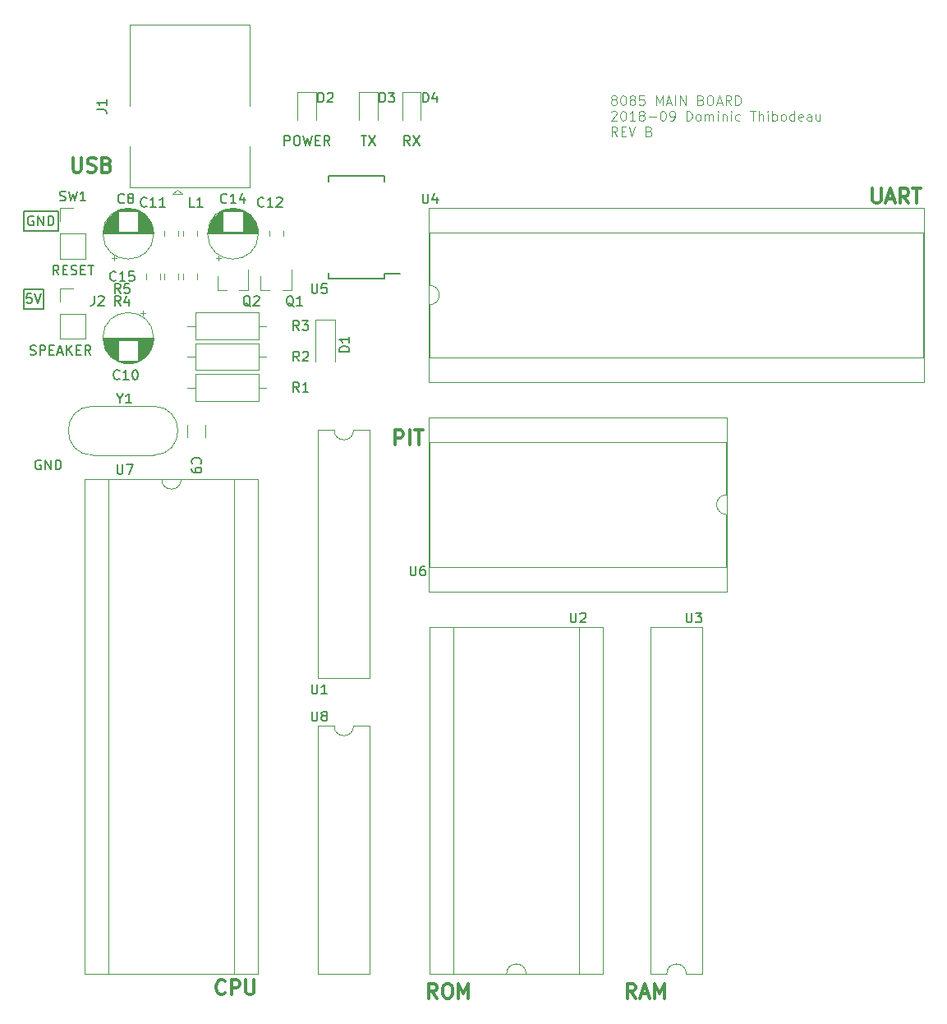
<source format=gbr>
G04 #@! TF.GenerationSoftware,KiCad,Pcbnew,(5.1.4)-1*
G04 #@! TF.CreationDate,2020-07-02T19:24:17-04:00*
G04 #@! TF.ProjectId,CPU8085,43505538-3038-4352-9e6b-696361645f70,A*
G04 #@! TF.SameCoordinates,Original*
G04 #@! TF.FileFunction,Legend,Top*
G04 #@! TF.FilePolarity,Positive*
%FSLAX46Y46*%
G04 Gerber Fmt 4.6, Leading zero omitted, Abs format (unit mm)*
G04 Created by KiCad (PCBNEW (5.1.4)-1) date 2020-07-02 19:24:17*
%MOMM*%
%LPD*%
G04 APERTURE LIST*
%ADD10C,0.200000*%
%ADD11C,0.300000*%
%ADD12C,0.100000*%
%ADD13C,0.120000*%
%ADD14C,0.150000*%
G04 APERTURE END LIST*
D10*
X63730476Y-42997380D02*
X63730476Y-41997380D01*
X64111428Y-41997380D01*
X64206666Y-42045000D01*
X64254285Y-42092619D01*
X64301904Y-42187857D01*
X64301904Y-42330714D01*
X64254285Y-42425952D01*
X64206666Y-42473571D01*
X64111428Y-42521190D01*
X63730476Y-42521190D01*
X64920952Y-41997380D02*
X65111428Y-41997380D01*
X65206666Y-42045000D01*
X65301904Y-42140238D01*
X65349523Y-42330714D01*
X65349523Y-42664047D01*
X65301904Y-42854523D01*
X65206666Y-42949761D01*
X65111428Y-42997380D01*
X64920952Y-42997380D01*
X64825714Y-42949761D01*
X64730476Y-42854523D01*
X64682857Y-42664047D01*
X64682857Y-42330714D01*
X64730476Y-42140238D01*
X64825714Y-42045000D01*
X64920952Y-41997380D01*
X65682857Y-41997380D02*
X65920952Y-42997380D01*
X66111428Y-42283095D01*
X66301904Y-42997380D01*
X66540000Y-41997380D01*
X66920952Y-42473571D02*
X67254285Y-42473571D01*
X67397142Y-42997380D02*
X66920952Y-42997380D01*
X66920952Y-41997380D01*
X67397142Y-41997380D01*
X68397142Y-42997380D02*
X68063809Y-42521190D01*
X67825714Y-42997380D02*
X67825714Y-41997380D01*
X68206666Y-41997380D01*
X68301904Y-42045000D01*
X68349523Y-42092619D01*
X68397142Y-42187857D01*
X68397142Y-42330714D01*
X68349523Y-42425952D01*
X68301904Y-42473571D01*
X68206666Y-42521190D01*
X67825714Y-42521190D01*
X76668333Y-42997380D02*
X76335000Y-42521190D01*
X76096904Y-42997380D02*
X76096904Y-41997380D01*
X76477857Y-41997380D01*
X76573095Y-42045000D01*
X76620714Y-42092619D01*
X76668333Y-42187857D01*
X76668333Y-42330714D01*
X76620714Y-42425952D01*
X76573095Y-42473571D01*
X76477857Y-42521190D01*
X76096904Y-42521190D01*
X77001666Y-41997380D02*
X77668333Y-42997380D01*
X77668333Y-41997380D02*
X77001666Y-42997380D01*
X71628095Y-41997380D02*
X72199523Y-41997380D01*
X71913809Y-42997380D02*
X71913809Y-41997380D01*
X72437619Y-41997380D02*
X73104285Y-42997380D01*
X73104285Y-41997380D02*
X72437619Y-42997380D01*
D11*
X41922142Y-44263571D02*
X41922142Y-45477857D01*
X41993571Y-45620714D01*
X42065000Y-45692142D01*
X42207857Y-45763571D01*
X42493571Y-45763571D01*
X42636428Y-45692142D01*
X42707857Y-45620714D01*
X42779285Y-45477857D01*
X42779285Y-44263571D01*
X43422142Y-45692142D02*
X43636428Y-45763571D01*
X43993571Y-45763571D01*
X44136428Y-45692142D01*
X44207857Y-45620714D01*
X44279285Y-45477857D01*
X44279285Y-45335000D01*
X44207857Y-45192142D01*
X44136428Y-45120714D01*
X43993571Y-45049285D01*
X43707857Y-44977857D01*
X43565000Y-44906428D01*
X43493571Y-44835000D01*
X43422142Y-44692142D01*
X43422142Y-44549285D01*
X43493571Y-44406428D01*
X43565000Y-44335000D01*
X43707857Y-44263571D01*
X44065000Y-44263571D01*
X44279285Y-44335000D01*
X45422142Y-44977857D02*
X45636428Y-45049285D01*
X45707857Y-45120714D01*
X45779285Y-45263571D01*
X45779285Y-45477857D01*
X45707857Y-45620714D01*
X45636428Y-45692142D01*
X45493571Y-45763571D01*
X44922142Y-45763571D01*
X44922142Y-44263571D01*
X45422142Y-44263571D01*
X45565000Y-44335000D01*
X45636428Y-44406428D01*
X45707857Y-44549285D01*
X45707857Y-44692142D01*
X45636428Y-44835000D01*
X45565000Y-44906428D01*
X45422142Y-44977857D01*
X44922142Y-44977857D01*
D10*
X37655523Y-58253380D02*
X37179333Y-58253380D01*
X37131714Y-58729571D01*
X37179333Y-58681952D01*
X37274571Y-58634333D01*
X37512666Y-58634333D01*
X37607904Y-58681952D01*
X37655523Y-58729571D01*
X37703142Y-58824809D01*
X37703142Y-59062904D01*
X37655523Y-59158142D01*
X37607904Y-59205761D01*
X37512666Y-59253380D01*
X37274571Y-59253380D01*
X37179333Y-59205761D01*
X37131714Y-59158142D01*
X37988857Y-58253380D02*
X38322190Y-59253380D01*
X38655523Y-58253380D01*
X36830000Y-57785000D02*
X36830000Y-59817000D01*
X36830000Y-59817000D02*
X38862000Y-59817000D01*
X38862000Y-57785000D02*
X36830000Y-57785000D01*
X38862000Y-57785000D02*
X38862000Y-59817000D01*
X37520952Y-64539761D02*
X37663809Y-64587380D01*
X37901904Y-64587380D01*
X37997142Y-64539761D01*
X38044761Y-64492142D01*
X38092380Y-64396904D01*
X38092380Y-64301666D01*
X38044761Y-64206428D01*
X37997142Y-64158809D01*
X37901904Y-64111190D01*
X37711428Y-64063571D01*
X37616190Y-64015952D01*
X37568571Y-63968333D01*
X37520952Y-63873095D01*
X37520952Y-63777857D01*
X37568571Y-63682619D01*
X37616190Y-63635000D01*
X37711428Y-63587380D01*
X37949523Y-63587380D01*
X38092380Y-63635000D01*
X38520952Y-64587380D02*
X38520952Y-63587380D01*
X38901904Y-63587380D01*
X38997142Y-63635000D01*
X39044761Y-63682619D01*
X39092380Y-63777857D01*
X39092380Y-63920714D01*
X39044761Y-64015952D01*
X38997142Y-64063571D01*
X38901904Y-64111190D01*
X38520952Y-64111190D01*
X39520952Y-64063571D02*
X39854285Y-64063571D01*
X39997142Y-64587380D02*
X39520952Y-64587380D01*
X39520952Y-63587380D01*
X39997142Y-63587380D01*
X40378095Y-64301666D02*
X40854285Y-64301666D01*
X40282857Y-64587380D02*
X40616190Y-63587380D01*
X40949523Y-64587380D01*
X41282857Y-64587380D02*
X41282857Y-63587380D01*
X41854285Y-64587380D02*
X41425714Y-64015952D01*
X41854285Y-63587380D02*
X41282857Y-64158809D01*
X42282857Y-64063571D02*
X42616190Y-64063571D01*
X42759047Y-64587380D02*
X42282857Y-64587380D01*
X42282857Y-63587380D01*
X42759047Y-63587380D01*
X43759047Y-64587380D02*
X43425714Y-64111190D01*
X43187619Y-64587380D02*
X43187619Y-63587380D01*
X43568571Y-63587380D01*
X43663809Y-63635000D01*
X43711428Y-63682619D01*
X43759047Y-63777857D01*
X43759047Y-63920714D01*
X43711428Y-64015952D01*
X43663809Y-64063571D01*
X43568571Y-64111190D01*
X43187619Y-64111190D01*
X36830000Y-51816000D02*
X40386000Y-51816000D01*
X40386000Y-51562000D02*
X40386000Y-51816000D01*
X40386000Y-49784000D02*
X36830000Y-49784000D01*
X37846095Y-50300000D02*
X37750857Y-50252380D01*
X37608000Y-50252380D01*
X37465142Y-50300000D01*
X37369904Y-50395238D01*
X37322285Y-50490476D01*
X37274666Y-50680952D01*
X37274666Y-50823809D01*
X37322285Y-51014285D01*
X37369904Y-51109523D01*
X37465142Y-51204761D01*
X37608000Y-51252380D01*
X37703238Y-51252380D01*
X37846095Y-51204761D01*
X37893714Y-51157142D01*
X37893714Y-50823809D01*
X37703238Y-50823809D01*
X38322285Y-51252380D02*
X38322285Y-50252380D01*
X38893714Y-51252380D01*
X38893714Y-50252380D01*
X39369904Y-51252380D02*
X39369904Y-50252380D01*
X39608000Y-50252380D01*
X39750857Y-50300000D01*
X39846095Y-50395238D01*
X39893714Y-50490476D01*
X39941333Y-50680952D01*
X39941333Y-50823809D01*
X39893714Y-51014285D01*
X39846095Y-51109523D01*
X39750857Y-51204761D01*
X39608000Y-51252380D01*
X39369904Y-51252380D01*
X36830000Y-49784000D02*
X36830000Y-51816000D01*
X40386000Y-49784000D02*
X40386000Y-51816000D01*
X38608095Y-75446000D02*
X38512857Y-75398380D01*
X38370000Y-75398380D01*
X38227142Y-75446000D01*
X38131904Y-75541238D01*
X38084285Y-75636476D01*
X38036666Y-75826952D01*
X38036666Y-75969809D01*
X38084285Y-76160285D01*
X38131904Y-76255523D01*
X38227142Y-76350761D01*
X38370000Y-76398380D01*
X38465238Y-76398380D01*
X38608095Y-76350761D01*
X38655714Y-76303142D01*
X38655714Y-75969809D01*
X38465238Y-75969809D01*
X39084285Y-76398380D02*
X39084285Y-75398380D01*
X39655714Y-76398380D01*
X39655714Y-75398380D01*
X40131904Y-76398380D02*
X40131904Y-75398380D01*
X40370000Y-75398380D01*
X40512857Y-75446000D01*
X40608095Y-75541238D01*
X40655714Y-75636476D01*
X40703333Y-75826952D01*
X40703333Y-75969809D01*
X40655714Y-76160285D01*
X40608095Y-76255523D01*
X40512857Y-76350761D01*
X40370000Y-76398380D01*
X40131904Y-76398380D01*
D11*
X124353142Y-47438571D02*
X124353142Y-48652857D01*
X124424571Y-48795714D01*
X124496000Y-48867142D01*
X124638857Y-48938571D01*
X124924571Y-48938571D01*
X125067428Y-48867142D01*
X125138857Y-48795714D01*
X125210285Y-48652857D01*
X125210285Y-47438571D01*
X125853142Y-48510000D02*
X126567428Y-48510000D01*
X125710285Y-48938571D02*
X126210285Y-47438571D01*
X126710285Y-48938571D01*
X128067428Y-48938571D02*
X127567428Y-48224285D01*
X127210285Y-48938571D02*
X127210285Y-47438571D01*
X127781714Y-47438571D01*
X127924571Y-47510000D01*
X127996000Y-47581428D01*
X128067428Y-47724285D01*
X128067428Y-47938571D01*
X127996000Y-48081428D01*
X127924571Y-48152857D01*
X127781714Y-48224285D01*
X127210285Y-48224285D01*
X128496000Y-47438571D02*
X129353142Y-47438571D01*
X128924571Y-48938571D02*
X128924571Y-47438571D01*
X75132571Y-73830571D02*
X75132571Y-72330571D01*
X75704000Y-72330571D01*
X75846857Y-72402000D01*
X75918285Y-72473428D01*
X75989714Y-72616285D01*
X75989714Y-72830571D01*
X75918285Y-72973428D01*
X75846857Y-73044857D01*
X75704000Y-73116285D01*
X75132571Y-73116285D01*
X76632571Y-73830571D02*
X76632571Y-72330571D01*
X77132571Y-72330571D02*
X77989714Y-72330571D01*
X77561142Y-73830571D02*
X77561142Y-72330571D01*
X99929285Y-130853571D02*
X99429285Y-130139285D01*
X99072142Y-130853571D02*
X99072142Y-129353571D01*
X99643571Y-129353571D01*
X99786428Y-129425000D01*
X99857857Y-129496428D01*
X99929285Y-129639285D01*
X99929285Y-129853571D01*
X99857857Y-129996428D01*
X99786428Y-130067857D01*
X99643571Y-130139285D01*
X99072142Y-130139285D01*
X100500714Y-130425000D02*
X101215000Y-130425000D01*
X100357857Y-130853571D02*
X100857857Y-129353571D01*
X101357857Y-130853571D01*
X101857857Y-130853571D02*
X101857857Y-129353571D01*
X102357857Y-130425000D01*
X102857857Y-129353571D01*
X102857857Y-130853571D01*
X79466428Y-130853571D02*
X78966428Y-130139285D01*
X78609285Y-130853571D02*
X78609285Y-129353571D01*
X79180714Y-129353571D01*
X79323571Y-129425000D01*
X79395000Y-129496428D01*
X79466428Y-129639285D01*
X79466428Y-129853571D01*
X79395000Y-129996428D01*
X79323571Y-130067857D01*
X79180714Y-130139285D01*
X78609285Y-130139285D01*
X80395000Y-129353571D02*
X80680714Y-129353571D01*
X80823571Y-129425000D01*
X80966428Y-129567857D01*
X81037857Y-129853571D01*
X81037857Y-130353571D01*
X80966428Y-130639285D01*
X80823571Y-130782142D01*
X80680714Y-130853571D01*
X80395000Y-130853571D01*
X80252142Y-130782142D01*
X80109285Y-130639285D01*
X80037857Y-130353571D01*
X80037857Y-129853571D01*
X80109285Y-129567857D01*
X80252142Y-129425000D01*
X80395000Y-129353571D01*
X81680714Y-130853571D02*
X81680714Y-129353571D01*
X82180714Y-130425000D01*
X82680714Y-129353571D01*
X82680714Y-130853571D01*
X57602571Y-130329714D02*
X57531142Y-130401142D01*
X57316857Y-130472571D01*
X57174000Y-130472571D01*
X56959714Y-130401142D01*
X56816857Y-130258285D01*
X56745428Y-130115428D01*
X56674000Y-129829714D01*
X56674000Y-129615428D01*
X56745428Y-129329714D01*
X56816857Y-129186857D01*
X56959714Y-129044000D01*
X57174000Y-128972571D01*
X57316857Y-128972571D01*
X57531142Y-129044000D01*
X57602571Y-129115428D01*
X58245428Y-130472571D02*
X58245428Y-128972571D01*
X58816857Y-128972571D01*
X58959714Y-129044000D01*
X59031142Y-129115428D01*
X59102571Y-129258285D01*
X59102571Y-129472571D01*
X59031142Y-129615428D01*
X58959714Y-129686857D01*
X58816857Y-129758285D01*
X58245428Y-129758285D01*
X59745428Y-128972571D02*
X59745428Y-130186857D01*
X59816857Y-130329714D01*
X59888285Y-130401142D01*
X60031142Y-130472571D01*
X60316857Y-130472571D01*
X60459714Y-130401142D01*
X60531142Y-130329714D01*
X60602571Y-130186857D01*
X60602571Y-128972571D01*
D10*
X40457619Y-56332380D02*
X40124285Y-55856190D01*
X39886190Y-56332380D02*
X39886190Y-55332380D01*
X40267142Y-55332380D01*
X40362380Y-55380000D01*
X40410000Y-55427619D01*
X40457619Y-55522857D01*
X40457619Y-55665714D01*
X40410000Y-55760952D01*
X40362380Y-55808571D01*
X40267142Y-55856190D01*
X39886190Y-55856190D01*
X40886190Y-55808571D02*
X41219523Y-55808571D01*
X41362380Y-56332380D02*
X40886190Y-56332380D01*
X40886190Y-55332380D01*
X41362380Y-55332380D01*
X41743333Y-56284761D02*
X41886190Y-56332380D01*
X42124285Y-56332380D01*
X42219523Y-56284761D01*
X42267142Y-56237142D01*
X42314761Y-56141904D01*
X42314761Y-56046666D01*
X42267142Y-55951428D01*
X42219523Y-55903809D01*
X42124285Y-55856190D01*
X41933809Y-55808571D01*
X41838571Y-55760952D01*
X41790952Y-55713333D01*
X41743333Y-55618095D01*
X41743333Y-55522857D01*
X41790952Y-55427619D01*
X41838571Y-55380000D01*
X41933809Y-55332380D01*
X42171904Y-55332380D01*
X42314761Y-55380000D01*
X42743333Y-55808571D02*
X43076666Y-55808571D01*
X43219523Y-56332380D02*
X42743333Y-56332380D01*
X42743333Y-55332380D01*
X43219523Y-55332380D01*
X43505238Y-55332380D02*
X44076666Y-55332380D01*
X43790952Y-56332380D02*
X43790952Y-55332380D01*
D12*
X97600952Y-38285952D02*
X97505714Y-38238333D01*
X97458095Y-38190714D01*
X97410476Y-38095476D01*
X97410476Y-38047857D01*
X97458095Y-37952619D01*
X97505714Y-37905000D01*
X97600952Y-37857380D01*
X97791428Y-37857380D01*
X97886666Y-37905000D01*
X97934285Y-37952619D01*
X97981904Y-38047857D01*
X97981904Y-38095476D01*
X97934285Y-38190714D01*
X97886666Y-38238333D01*
X97791428Y-38285952D01*
X97600952Y-38285952D01*
X97505714Y-38333571D01*
X97458095Y-38381190D01*
X97410476Y-38476428D01*
X97410476Y-38666904D01*
X97458095Y-38762142D01*
X97505714Y-38809761D01*
X97600952Y-38857380D01*
X97791428Y-38857380D01*
X97886666Y-38809761D01*
X97934285Y-38762142D01*
X97981904Y-38666904D01*
X97981904Y-38476428D01*
X97934285Y-38381190D01*
X97886666Y-38333571D01*
X97791428Y-38285952D01*
X98600952Y-37857380D02*
X98696190Y-37857380D01*
X98791428Y-37905000D01*
X98839047Y-37952619D01*
X98886666Y-38047857D01*
X98934285Y-38238333D01*
X98934285Y-38476428D01*
X98886666Y-38666904D01*
X98839047Y-38762142D01*
X98791428Y-38809761D01*
X98696190Y-38857380D01*
X98600952Y-38857380D01*
X98505714Y-38809761D01*
X98458095Y-38762142D01*
X98410476Y-38666904D01*
X98362857Y-38476428D01*
X98362857Y-38238333D01*
X98410476Y-38047857D01*
X98458095Y-37952619D01*
X98505714Y-37905000D01*
X98600952Y-37857380D01*
X99505714Y-38285952D02*
X99410476Y-38238333D01*
X99362857Y-38190714D01*
X99315238Y-38095476D01*
X99315238Y-38047857D01*
X99362857Y-37952619D01*
X99410476Y-37905000D01*
X99505714Y-37857380D01*
X99696190Y-37857380D01*
X99791428Y-37905000D01*
X99839047Y-37952619D01*
X99886666Y-38047857D01*
X99886666Y-38095476D01*
X99839047Y-38190714D01*
X99791428Y-38238333D01*
X99696190Y-38285952D01*
X99505714Y-38285952D01*
X99410476Y-38333571D01*
X99362857Y-38381190D01*
X99315238Y-38476428D01*
X99315238Y-38666904D01*
X99362857Y-38762142D01*
X99410476Y-38809761D01*
X99505714Y-38857380D01*
X99696190Y-38857380D01*
X99791428Y-38809761D01*
X99839047Y-38762142D01*
X99886666Y-38666904D01*
X99886666Y-38476428D01*
X99839047Y-38381190D01*
X99791428Y-38333571D01*
X99696190Y-38285952D01*
X100791428Y-37857380D02*
X100315238Y-37857380D01*
X100267619Y-38333571D01*
X100315238Y-38285952D01*
X100410476Y-38238333D01*
X100648571Y-38238333D01*
X100743809Y-38285952D01*
X100791428Y-38333571D01*
X100839047Y-38428809D01*
X100839047Y-38666904D01*
X100791428Y-38762142D01*
X100743809Y-38809761D01*
X100648571Y-38857380D01*
X100410476Y-38857380D01*
X100315238Y-38809761D01*
X100267619Y-38762142D01*
X102029523Y-38857380D02*
X102029523Y-37857380D01*
X102362857Y-38571666D01*
X102696190Y-37857380D01*
X102696190Y-38857380D01*
X103124761Y-38571666D02*
X103600952Y-38571666D01*
X103029523Y-38857380D02*
X103362857Y-37857380D01*
X103696190Y-38857380D01*
X104029523Y-38857380D02*
X104029523Y-37857380D01*
X104505714Y-38857380D02*
X104505714Y-37857380D01*
X105077142Y-38857380D01*
X105077142Y-37857380D01*
X106648571Y-38333571D02*
X106791428Y-38381190D01*
X106839047Y-38428809D01*
X106886666Y-38524047D01*
X106886666Y-38666904D01*
X106839047Y-38762142D01*
X106791428Y-38809761D01*
X106696190Y-38857380D01*
X106315238Y-38857380D01*
X106315238Y-37857380D01*
X106648571Y-37857380D01*
X106743809Y-37905000D01*
X106791428Y-37952619D01*
X106839047Y-38047857D01*
X106839047Y-38143095D01*
X106791428Y-38238333D01*
X106743809Y-38285952D01*
X106648571Y-38333571D01*
X106315238Y-38333571D01*
X107505714Y-37857380D02*
X107696190Y-37857380D01*
X107791428Y-37905000D01*
X107886666Y-38000238D01*
X107934285Y-38190714D01*
X107934285Y-38524047D01*
X107886666Y-38714523D01*
X107791428Y-38809761D01*
X107696190Y-38857380D01*
X107505714Y-38857380D01*
X107410476Y-38809761D01*
X107315238Y-38714523D01*
X107267619Y-38524047D01*
X107267619Y-38190714D01*
X107315238Y-38000238D01*
X107410476Y-37905000D01*
X107505714Y-37857380D01*
X108315238Y-38571666D02*
X108791428Y-38571666D01*
X108220000Y-38857380D02*
X108553333Y-37857380D01*
X108886666Y-38857380D01*
X109791428Y-38857380D02*
X109458095Y-38381190D01*
X109220000Y-38857380D02*
X109220000Y-37857380D01*
X109600952Y-37857380D01*
X109696190Y-37905000D01*
X109743809Y-37952619D01*
X109791428Y-38047857D01*
X109791428Y-38190714D01*
X109743809Y-38285952D01*
X109696190Y-38333571D01*
X109600952Y-38381190D01*
X109220000Y-38381190D01*
X110220000Y-38857380D02*
X110220000Y-37857380D01*
X110458095Y-37857380D01*
X110600952Y-37905000D01*
X110696190Y-38000238D01*
X110743809Y-38095476D01*
X110791428Y-38285952D01*
X110791428Y-38428809D01*
X110743809Y-38619285D01*
X110696190Y-38714523D01*
X110600952Y-38809761D01*
X110458095Y-38857380D01*
X110220000Y-38857380D01*
X97410476Y-39552619D02*
X97458095Y-39505000D01*
X97553333Y-39457380D01*
X97791428Y-39457380D01*
X97886666Y-39505000D01*
X97934285Y-39552619D01*
X97981904Y-39647857D01*
X97981904Y-39743095D01*
X97934285Y-39885952D01*
X97362857Y-40457380D01*
X97981904Y-40457380D01*
X98600952Y-39457380D02*
X98696190Y-39457380D01*
X98791428Y-39505000D01*
X98839047Y-39552619D01*
X98886666Y-39647857D01*
X98934285Y-39838333D01*
X98934285Y-40076428D01*
X98886666Y-40266904D01*
X98839047Y-40362142D01*
X98791428Y-40409761D01*
X98696190Y-40457380D01*
X98600952Y-40457380D01*
X98505714Y-40409761D01*
X98458095Y-40362142D01*
X98410476Y-40266904D01*
X98362857Y-40076428D01*
X98362857Y-39838333D01*
X98410476Y-39647857D01*
X98458095Y-39552619D01*
X98505714Y-39505000D01*
X98600952Y-39457380D01*
X99886666Y-40457380D02*
X99315238Y-40457380D01*
X99600952Y-40457380D02*
X99600952Y-39457380D01*
X99505714Y-39600238D01*
X99410476Y-39695476D01*
X99315238Y-39743095D01*
X100458095Y-39885952D02*
X100362857Y-39838333D01*
X100315238Y-39790714D01*
X100267619Y-39695476D01*
X100267619Y-39647857D01*
X100315238Y-39552619D01*
X100362857Y-39505000D01*
X100458095Y-39457380D01*
X100648571Y-39457380D01*
X100743809Y-39505000D01*
X100791428Y-39552619D01*
X100839047Y-39647857D01*
X100839047Y-39695476D01*
X100791428Y-39790714D01*
X100743809Y-39838333D01*
X100648571Y-39885952D01*
X100458095Y-39885952D01*
X100362857Y-39933571D01*
X100315238Y-39981190D01*
X100267619Y-40076428D01*
X100267619Y-40266904D01*
X100315238Y-40362142D01*
X100362857Y-40409761D01*
X100458095Y-40457380D01*
X100648571Y-40457380D01*
X100743809Y-40409761D01*
X100791428Y-40362142D01*
X100839047Y-40266904D01*
X100839047Y-40076428D01*
X100791428Y-39981190D01*
X100743809Y-39933571D01*
X100648571Y-39885952D01*
X101267619Y-40076428D02*
X102029523Y-40076428D01*
X102696190Y-39457380D02*
X102791428Y-39457380D01*
X102886666Y-39505000D01*
X102934285Y-39552619D01*
X102981904Y-39647857D01*
X103029523Y-39838333D01*
X103029523Y-40076428D01*
X102981904Y-40266904D01*
X102934285Y-40362142D01*
X102886666Y-40409761D01*
X102791428Y-40457380D01*
X102696190Y-40457380D01*
X102600952Y-40409761D01*
X102553333Y-40362142D01*
X102505714Y-40266904D01*
X102458095Y-40076428D01*
X102458095Y-39838333D01*
X102505714Y-39647857D01*
X102553333Y-39552619D01*
X102600952Y-39505000D01*
X102696190Y-39457380D01*
X103505714Y-40457380D02*
X103696190Y-40457380D01*
X103791428Y-40409761D01*
X103839047Y-40362142D01*
X103934285Y-40219285D01*
X103981904Y-40028809D01*
X103981904Y-39647857D01*
X103934285Y-39552619D01*
X103886666Y-39505000D01*
X103791428Y-39457380D01*
X103600952Y-39457380D01*
X103505714Y-39505000D01*
X103458095Y-39552619D01*
X103410476Y-39647857D01*
X103410476Y-39885952D01*
X103458095Y-39981190D01*
X103505714Y-40028809D01*
X103600952Y-40076428D01*
X103791428Y-40076428D01*
X103886666Y-40028809D01*
X103934285Y-39981190D01*
X103981904Y-39885952D01*
X105172380Y-40457380D02*
X105172380Y-39457380D01*
X105410476Y-39457380D01*
X105553333Y-39505000D01*
X105648571Y-39600238D01*
X105696190Y-39695476D01*
X105743809Y-39885952D01*
X105743809Y-40028809D01*
X105696190Y-40219285D01*
X105648571Y-40314523D01*
X105553333Y-40409761D01*
X105410476Y-40457380D01*
X105172380Y-40457380D01*
X106315238Y-40457380D02*
X106220000Y-40409761D01*
X106172380Y-40362142D01*
X106124761Y-40266904D01*
X106124761Y-39981190D01*
X106172380Y-39885952D01*
X106220000Y-39838333D01*
X106315238Y-39790714D01*
X106458095Y-39790714D01*
X106553333Y-39838333D01*
X106600952Y-39885952D01*
X106648571Y-39981190D01*
X106648571Y-40266904D01*
X106600952Y-40362142D01*
X106553333Y-40409761D01*
X106458095Y-40457380D01*
X106315238Y-40457380D01*
X107077142Y-40457380D02*
X107077142Y-39790714D01*
X107077142Y-39885952D02*
X107124761Y-39838333D01*
X107220000Y-39790714D01*
X107362857Y-39790714D01*
X107458095Y-39838333D01*
X107505714Y-39933571D01*
X107505714Y-40457380D01*
X107505714Y-39933571D02*
X107553333Y-39838333D01*
X107648571Y-39790714D01*
X107791428Y-39790714D01*
X107886666Y-39838333D01*
X107934285Y-39933571D01*
X107934285Y-40457380D01*
X108410476Y-40457380D02*
X108410476Y-39790714D01*
X108410476Y-39457380D02*
X108362857Y-39505000D01*
X108410476Y-39552619D01*
X108458095Y-39505000D01*
X108410476Y-39457380D01*
X108410476Y-39552619D01*
X108886666Y-39790714D02*
X108886666Y-40457380D01*
X108886666Y-39885952D02*
X108934285Y-39838333D01*
X109029523Y-39790714D01*
X109172380Y-39790714D01*
X109267619Y-39838333D01*
X109315238Y-39933571D01*
X109315238Y-40457380D01*
X109791428Y-40457380D02*
X109791428Y-39790714D01*
X109791428Y-39457380D02*
X109743809Y-39505000D01*
X109791428Y-39552619D01*
X109839047Y-39505000D01*
X109791428Y-39457380D01*
X109791428Y-39552619D01*
X110696190Y-40409761D02*
X110600952Y-40457380D01*
X110410476Y-40457380D01*
X110315238Y-40409761D01*
X110267619Y-40362142D01*
X110220000Y-40266904D01*
X110220000Y-39981190D01*
X110267619Y-39885952D01*
X110315238Y-39838333D01*
X110410476Y-39790714D01*
X110600952Y-39790714D01*
X110696190Y-39838333D01*
X111743809Y-39457380D02*
X112315238Y-39457380D01*
X112029523Y-40457380D02*
X112029523Y-39457380D01*
X112648571Y-40457380D02*
X112648571Y-39457380D01*
X113077142Y-40457380D02*
X113077142Y-39933571D01*
X113029523Y-39838333D01*
X112934285Y-39790714D01*
X112791428Y-39790714D01*
X112696190Y-39838333D01*
X112648571Y-39885952D01*
X113553333Y-40457380D02*
X113553333Y-39790714D01*
X113553333Y-39457380D02*
X113505714Y-39505000D01*
X113553333Y-39552619D01*
X113600952Y-39505000D01*
X113553333Y-39457380D01*
X113553333Y-39552619D01*
X114029523Y-40457380D02*
X114029523Y-39457380D01*
X114029523Y-39838333D02*
X114124761Y-39790714D01*
X114315238Y-39790714D01*
X114410476Y-39838333D01*
X114458095Y-39885952D01*
X114505714Y-39981190D01*
X114505714Y-40266904D01*
X114458095Y-40362142D01*
X114410476Y-40409761D01*
X114315238Y-40457380D01*
X114124761Y-40457380D01*
X114029523Y-40409761D01*
X115077142Y-40457380D02*
X114981904Y-40409761D01*
X114934285Y-40362142D01*
X114886666Y-40266904D01*
X114886666Y-39981190D01*
X114934285Y-39885952D01*
X114981904Y-39838333D01*
X115077142Y-39790714D01*
X115220000Y-39790714D01*
X115315238Y-39838333D01*
X115362857Y-39885952D01*
X115410476Y-39981190D01*
X115410476Y-40266904D01*
X115362857Y-40362142D01*
X115315238Y-40409761D01*
X115220000Y-40457380D01*
X115077142Y-40457380D01*
X116267619Y-40457380D02*
X116267619Y-39457380D01*
X116267619Y-40409761D02*
X116172380Y-40457380D01*
X115981904Y-40457380D01*
X115886666Y-40409761D01*
X115839047Y-40362142D01*
X115791428Y-40266904D01*
X115791428Y-39981190D01*
X115839047Y-39885952D01*
X115886666Y-39838333D01*
X115981904Y-39790714D01*
X116172380Y-39790714D01*
X116267619Y-39838333D01*
X117124761Y-40409761D02*
X117029523Y-40457380D01*
X116839047Y-40457380D01*
X116743809Y-40409761D01*
X116696190Y-40314523D01*
X116696190Y-39933571D01*
X116743809Y-39838333D01*
X116839047Y-39790714D01*
X117029523Y-39790714D01*
X117124761Y-39838333D01*
X117172380Y-39933571D01*
X117172380Y-40028809D01*
X116696190Y-40124047D01*
X118029523Y-40457380D02*
X118029523Y-39933571D01*
X117981904Y-39838333D01*
X117886666Y-39790714D01*
X117696190Y-39790714D01*
X117600952Y-39838333D01*
X118029523Y-40409761D02*
X117934285Y-40457380D01*
X117696190Y-40457380D01*
X117600952Y-40409761D01*
X117553333Y-40314523D01*
X117553333Y-40219285D01*
X117600952Y-40124047D01*
X117696190Y-40076428D01*
X117934285Y-40076428D01*
X118029523Y-40028809D01*
X118934285Y-39790714D02*
X118934285Y-40457380D01*
X118505714Y-39790714D02*
X118505714Y-40314523D01*
X118553333Y-40409761D01*
X118648571Y-40457380D01*
X118791428Y-40457380D01*
X118886666Y-40409761D01*
X118934285Y-40362142D01*
X98029523Y-42057380D02*
X97696190Y-41581190D01*
X97458095Y-42057380D02*
X97458095Y-41057380D01*
X97839047Y-41057380D01*
X97934285Y-41105000D01*
X97981904Y-41152619D01*
X98029523Y-41247857D01*
X98029523Y-41390714D01*
X97981904Y-41485952D01*
X97934285Y-41533571D01*
X97839047Y-41581190D01*
X97458095Y-41581190D01*
X98458095Y-41533571D02*
X98791428Y-41533571D01*
X98934285Y-42057380D02*
X98458095Y-42057380D01*
X98458095Y-41057380D01*
X98934285Y-41057380D01*
X99220000Y-41057380D02*
X99553333Y-42057380D01*
X99886666Y-41057380D01*
X101315238Y-41533571D02*
X101458095Y-41581190D01*
X101505714Y-41628809D01*
X101553333Y-41724047D01*
X101553333Y-41866904D01*
X101505714Y-41962142D01*
X101458095Y-42009761D01*
X101362857Y-42057380D01*
X100981904Y-42057380D01*
X100981904Y-41057380D01*
X101315238Y-41057380D01*
X101410476Y-41105000D01*
X101458095Y-41152619D01*
X101505714Y-41247857D01*
X101505714Y-41343095D01*
X101458095Y-41438333D01*
X101410476Y-41485952D01*
X101315238Y-41533571D01*
X100981904Y-41533571D01*
D13*
X53205000Y-48040000D02*
X52705000Y-47540000D01*
X52205000Y-48040000D02*
X53205000Y-48040000D01*
X52705000Y-47540000D02*
X52205000Y-48040000D01*
X60115000Y-30600000D02*
X60115000Y-38960000D01*
X47795000Y-30600000D02*
X60115000Y-30600000D01*
X47795000Y-38960000D02*
X47795000Y-30600000D01*
X60115000Y-47320000D02*
X60115000Y-43060000D01*
X47795000Y-47320000D02*
X60115000Y-47320000D01*
X47795000Y-43060000D02*
X47795000Y-47320000D01*
X68945000Y-65250000D02*
X68945000Y-60950000D01*
X68945000Y-60950000D02*
X66945000Y-60950000D01*
X66945000Y-60950000D02*
X66945000Y-65250000D01*
X77795000Y-40370000D02*
X77795000Y-37510000D01*
X77795000Y-37510000D02*
X75875000Y-37510000D01*
X75875000Y-37510000D02*
X75875000Y-40370000D01*
X65080000Y-37510000D02*
X65080000Y-40370000D01*
X67000000Y-37510000D02*
X65080000Y-37510000D01*
X67000000Y-40370000D02*
X67000000Y-37510000D01*
X73350000Y-40370000D02*
X73350000Y-37510000D01*
X73350000Y-37510000D02*
X71430000Y-37510000D01*
X71430000Y-37510000D02*
X71430000Y-40370000D01*
X54515000Y-66575000D02*
X54515000Y-69315000D01*
X54515000Y-69315000D02*
X61055000Y-69315000D01*
X61055000Y-69315000D02*
X61055000Y-66575000D01*
X61055000Y-66575000D02*
X54515000Y-66575000D01*
X53745000Y-67945000D02*
X54515000Y-67945000D01*
X61825000Y-67945000D02*
X61055000Y-67945000D01*
X61285000Y-57910000D02*
X61285000Y-56450000D01*
X64445000Y-57910000D02*
X64445000Y-55750000D01*
X64445000Y-57910000D02*
X63515000Y-57910000D01*
X61285000Y-57910000D02*
X62215000Y-57910000D01*
X54515000Y-63400000D02*
X54515000Y-66140000D01*
X54515000Y-66140000D02*
X61055000Y-66140000D01*
X61055000Y-66140000D02*
X61055000Y-63400000D01*
X61055000Y-63400000D02*
X54515000Y-63400000D01*
X53745000Y-64770000D02*
X54515000Y-64770000D01*
X61825000Y-64770000D02*
X61055000Y-64770000D01*
X61825000Y-61595000D02*
X61055000Y-61595000D01*
X53745000Y-61595000D02*
X54515000Y-61595000D01*
X61055000Y-60225000D02*
X54515000Y-60225000D01*
X61055000Y-62965000D02*
X61055000Y-60225000D01*
X54515000Y-62965000D02*
X61055000Y-62965000D01*
X54515000Y-60225000D02*
X54515000Y-62965000D01*
X72500000Y-102810000D02*
X70850000Y-102810000D01*
X72500000Y-128330000D02*
X72500000Y-102810000D01*
X67200000Y-128330000D02*
X72500000Y-128330000D01*
X67200000Y-102810000D02*
X67200000Y-128330000D01*
X68850000Y-102810000D02*
X67200000Y-102810000D01*
X70850000Y-102810000D02*
G75*
G02X68850000Y-102810000I-1000000J0D01*
G01*
X78680000Y-128390000D02*
X96580000Y-128390000D01*
X78680000Y-92590000D02*
X78680000Y-128390000D01*
X96580000Y-92590000D02*
X78680000Y-92590000D01*
X96580000Y-128390000D02*
X96580000Y-92590000D01*
X81170000Y-128330000D02*
X86630000Y-128330000D01*
X81170000Y-92650000D02*
X81170000Y-128330000D01*
X94090000Y-92650000D02*
X81170000Y-92650000D01*
X94090000Y-128330000D02*
X94090000Y-92650000D01*
X88630000Y-128330000D02*
X94090000Y-128330000D01*
X86630000Y-128330000D02*
G75*
G02X88630000Y-128330000I1000000J0D01*
G01*
X40580000Y-57725000D02*
X41910000Y-57725000D01*
X40580000Y-59055000D02*
X40580000Y-57725000D01*
X40580000Y-60325000D02*
X43240000Y-60325000D01*
X43240000Y-60325000D02*
X43240000Y-62925000D01*
X40580000Y-60325000D02*
X40580000Y-62925000D01*
X40580000Y-62925000D02*
X43240000Y-62925000D01*
X49350000Y-60290225D02*
X48850000Y-60290225D01*
X49100000Y-60040225D02*
X49100000Y-60540225D01*
X47909000Y-65446000D02*
X47341000Y-65446000D01*
X48143000Y-65406000D02*
X47107000Y-65406000D01*
X48302000Y-65366000D02*
X46948000Y-65366000D01*
X48430000Y-65326000D02*
X46820000Y-65326000D01*
X48540000Y-65286000D02*
X46710000Y-65286000D01*
X48636000Y-65246000D02*
X46614000Y-65246000D01*
X48723000Y-65206000D02*
X46527000Y-65206000D01*
X48803000Y-65166000D02*
X46447000Y-65166000D01*
X46585000Y-65126000D02*
X46374000Y-65126000D01*
X48876000Y-65126000D02*
X48665000Y-65126000D01*
X46585000Y-65086000D02*
X46306000Y-65086000D01*
X48944000Y-65086000D02*
X48665000Y-65086000D01*
X46585000Y-65046000D02*
X46242000Y-65046000D01*
X49008000Y-65046000D02*
X48665000Y-65046000D01*
X46585000Y-65006000D02*
X46182000Y-65006000D01*
X49068000Y-65006000D02*
X48665000Y-65006000D01*
X46585000Y-64966000D02*
X46125000Y-64966000D01*
X49125000Y-64966000D02*
X48665000Y-64966000D01*
X46585000Y-64926000D02*
X46071000Y-64926000D01*
X49179000Y-64926000D02*
X48665000Y-64926000D01*
X46585000Y-64886000D02*
X46020000Y-64886000D01*
X49230000Y-64886000D02*
X48665000Y-64886000D01*
X46585000Y-64846000D02*
X45972000Y-64846000D01*
X49278000Y-64846000D02*
X48665000Y-64846000D01*
X46585000Y-64806000D02*
X45926000Y-64806000D01*
X49324000Y-64806000D02*
X48665000Y-64806000D01*
X46585000Y-64766000D02*
X45882000Y-64766000D01*
X49368000Y-64766000D02*
X48665000Y-64766000D01*
X46585000Y-64726000D02*
X45840000Y-64726000D01*
X49410000Y-64726000D02*
X48665000Y-64726000D01*
X46585000Y-64686000D02*
X45799000Y-64686000D01*
X49451000Y-64686000D02*
X48665000Y-64686000D01*
X46585000Y-64646000D02*
X45761000Y-64646000D01*
X49489000Y-64646000D02*
X48665000Y-64646000D01*
X46585000Y-64606000D02*
X45724000Y-64606000D01*
X49526000Y-64606000D02*
X48665000Y-64606000D01*
X46585000Y-64566000D02*
X45688000Y-64566000D01*
X49562000Y-64566000D02*
X48665000Y-64566000D01*
X46585000Y-64526000D02*
X45654000Y-64526000D01*
X49596000Y-64526000D02*
X48665000Y-64526000D01*
X46585000Y-64486000D02*
X45621000Y-64486000D01*
X49629000Y-64486000D02*
X48665000Y-64486000D01*
X46585000Y-64446000D02*
X45590000Y-64446000D01*
X49660000Y-64446000D02*
X48665000Y-64446000D01*
X46585000Y-64406000D02*
X45560000Y-64406000D01*
X49690000Y-64406000D02*
X48665000Y-64406000D01*
X46585000Y-64366000D02*
X45530000Y-64366000D01*
X49720000Y-64366000D02*
X48665000Y-64366000D01*
X46585000Y-64326000D02*
X45503000Y-64326000D01*
X49747000Y-64326000D02*
X48665000Y-64326000D01*
X46585000Y-64286000D02*
X45476000Y-64286000D01*
X49774000Y-64286000D02*
X48665000Y-64286000D01*
X46585000Y-64246000D02*
X45450000Y-64246000D01*
X49800000Y-64246000D02*
X48665000Y-64246000D01*
X46585000Y-64206000D02*
X45425000Y-64206000D01*
X49825000Y-64206000D02*
X48665000Y-64206000D01*
X46585000Y-64166000D02*
X45401000Y-64166000D01*
X49849000Y-64166000D02*
X48665000Y-64166000D01*
X46585000Y-64126000D02*
X45378000Y-64126000D01*
X49872000Y-64126000D02*
X48665000Y-64126000D01*
X46585000Y-64086000D02*
X45357000Y-64086000D01*
X49893000Y-64086000D02*
X48665000Y-64086000D01*
X46585000Y-64046000D02*
X45335000Y-64046000D01*
X49915000Y-64046000D02*
X48665000Y-64046000D01*
X46585000Y-64006000D02*
X45315000Y-64006000D01*
X49935000Y-64006000D02*
X48665000Y-64006000D01*
X46585000Y-63966000D02*
X45296000Y-63966000D01*
X49954000Y-63966000D02*
X48665000Y-63966000D01*
X46585000Y-63926000D02*
X45277000Y-63926000D01*
X49973000Y-63926000D02*
X48665000Y-63926000D01*
X46585000Y-63886000D02*
X45260000Y-63886000D01*
X49990000Y-63886000D02*
X48665000Y-63886000D01*
X46585000Y-63846000D02*
X45243000Y-63846000D01*
X50007000Y-63846000D02*
X48665000Y-63846000D01*
X46585000Y-63806000D02*
X45227000Y-63806000D01*
X50023000Y-63806000D02*
X48665000Y-63806000D01*
X46585000Y-63766000D02*
X45211000Y-63766000D01*
X50039000Y-63766000D02*
X48665000Y-63766000D01*
X46585000Y-63726000D02*
X45197000Y-63726000D01*
X50053000Y-63726000D02*
X48665000Y-63726000D01*
X46585000Y-63686000D02*
X45183000Y-63686000D01*
X50067000Y-63686000D02*
X48665000Y-63686000D01*
X46585000Y-63646000D02*
X45170000Y-63646000D01*
X50080000Y-63646000D02*
X48665000Y-63646000D01*
X46585000Y-63606000D02*
X45157000Y-63606000D01*
X50093000Y-63606000D02*
X48665000Y-63606000D01*
X46585000Y-63566000D02*
X45145000Y-63566000D01*
X50105000Y-63566000D02*
X48665000Y-63566000D01*
X46585000Y-63525000D02*
X45134000Y-63525000D01*
X50116000Y-63525000D02*
X48665000Y-63525000D01*
X46585000Y-63485000D02*
X45124000Y-63485000D01*
X50126000Y-63485000D02*
X48665000Y-63485000D01*
X46585000Y-63445000D02*
X45114000Y-63445000D01*
X50136000Y-63445000D02*
X48665000Y-63445000D01*
X46585000Y-63405000D02*
X45105000Y-63405000D01*
X50145000Y-63405000D02*
X48665000Y-63405000D01*
X46585000Y-63365000D02*
X45097000Y-63365000D01*
X50153000Y-63365000D02*
X48665000Y-63365000D01*
X46585000Y-63325000D02*
X45089000Y-63325000D01*
X50161000Y-63325000D02*
X48665000Y-63325000D01*
X46585000Y-63285000D02*
X45082000Y-63285000D01*
X50168000Y-63285000D02*
X48665000Y-63285000D01*
X46585000Y-63245000D02*
X45075000Y-63245000D01*
X50175000Y-63245000D02*
X48665000Y-63245000D01*
X46585000Y-63205000D02*
X45069000Y-63205000D01*
X50181000Y-63205000D02*
X48665000Y-63205000D01*
X46585000Y-63165000D02*
X45064000Y-63165000D01*
X50186000Y-63165000D02*
X48665000Y-63165000D01*
X46585000Y-63125000D02*
X45060000Y-63125000D01*
X50190000Y-63125000D02*
X48665000Y-63125000D01*
X46585000Y-63085000D02*
X45056000Y-63085000D01*
X50194000Y-63085000D02*
X48665000Y-63085000D01*
X50198000Y-63045000D02*
X45052000Y-63045000D01*
X50201000Y-63005000D02*
X45049000Y-63005000D01*
X50203000Y-62965000D02*
X45047000Y-62965000D01*
X50204000Y-62925000D02*
X45046000Y-62925000D01*
X50205000Y-62885000D02*
X45045000Y-62885000D01*
X50205000Y-62845000D02*
X45045000Y-62845000D01*
X50245000Y-62845000D02*
G75*
G03X50245000Y-62845000I-2620000J0D01*
G01*
X53265000Y-56253748D02*
X53265000Y-56776252D01*
X54685000Y-56253748D02*
X54685000Y-56776252D01*
X51360000Y-56776252D02*
X51360000Y-56253748D01*
X52780000Y-56776252D02*
X52780000Y-56253748D01*
X49455000Y-56253748D02*
X49455000Y-56776252D01*
X50875000Y-56253748D02*
X50875000Y-56776252D01*
X52780000Y-51808748D02*
X52780000Y-52331252D01*
X51360000Y-51808748D02*
X51360000Y-52331252D01*
X63575000Y-52331252D02*
X63575000Y-51808748D01*
X62155000Y-52331252D02*
X62155000Y-51808748D01*
X61040000Y-52090000D02*
G75*
G03X61040000Y-52090000I-2620000J0D01*
G01*
X55840000Y-52090000D02*
X61000000Y-52090000D01*
X55840000Y-52050000D02*
X61000000Y-52050000D01*
X55841000Y-52010000D02*
X60999000Y-52010000D01*
X55842000Y-51970000D02*
X60998000Y-51970000D01*
X55844000Y-51930000D02*
X60996000Y-51930000D01*
X55847000Y-51890000D02*
X60993000Y-51890000D01*
X55851000Y-51850000D02*
X57380000Y-51850000D01*
X59460000Y-51850000D02*
X60989000Y-51850000D01*
X55855000Y-51810000D02*
X57380000Y-51810000D01*
X59460000Y-51810000D02*
X60985000Y-51810000D01*
X55859000Y-51770000D02*
X57380000Y-51770000D01*
X59460000Y-51770000D02*
X60981000Y-51770000D01*
X55864000Y-51730000D02*
X57380000Y-51730000D01*
X59460000Y-51730000D02*
X60976000Y-51730000D01*
X55870000Y-51690000D02*
X57380000Y-51690000D01*
X59460000Y-51690000D02*
X60970000Y-51690000D01*
X55877000Y-51650000D02*
X57380000Y-51650000D01*
X59460000Y-51650000D02*
X60963000Y-51650000D01*
X55884000Y-51610000D02*
X57380000Y-51610000D01*
X59460000Y-51610000D02*
X60956000Y-51610000D01*
X55892000Y-51570000D02*
X57380000Y-51570000D01*
X59460000Y-51570000D02*
X60948000Y-51570000D01*
X55900000Y-51530000D02*
X57380000Y-51530000D01*
X59460000Y-51530000D02*
X60940000Y-51530000D01*
X55909000Y-51490000D02*
X57380000Y-51490000D01*
X59460000Y-51490000D02*
X60931000Y-51490000D01*
X55919000Y-51450000D02*
X57380000Y-51450000D01*
X59460000Y-51450000D02*
X60921000Y-51450000D01*
X55929000Y-51410000D02*
X57380000Y-51410000D01*
X59460000Y-51410000D02*
X60911000Y-51410000D01*
X55940000Y-51369000D02*
X57380000Y-51369000D01*
X59460000Y-51369000D02*
X60900000Y-51369000D01*
X55952000Y-51329000D02*
X57380000Y-51329000D01*
X59460000Y-51329000D02*
X60888000Y-51329000D01*
X55965000Y-51289000D02*
X57380000Y-51289000D01*
X59460000Y-51289000D02*
X60875000Y-51289000D01*
X55978000Y-51249000D02*
X57380000Y-51249000D01*
X59460000Y-51249000D02*
X60862000Y-51249000D01*
X55992000Y-51209000D02*
X57380000Y-51209000D01*
X59460000Y-51209000D02*
X60848000Y-51209000D01*
X56006000Y-51169000D02*
X57380000Y-51169000D01*
X59460000Y-51169000D02*
X60834000Y-51169000D01*
X56022000Y-51129000D02*
X57380000Y-51129000D01*
X59460000Y-51129000D02*
X60818000Y-51129000D01*
X56038000Y-51089000D02*
X57380000Y-51089000D01*
X59460000Y-51089000D02*
X60802000Y-51089000D01*
X56055000Y-51049000D02*
X57380000Y-51049000D01*
X59460000Y-51049000D02*
X60785000Y-51049000D01*
X56072000Y-51009000D02*
X57380000Y-51009000D01*
X59460000Y-51009000D02*
X60768000Y-51009000D01*
X56091000Y-50969000D02*
X57380000Y-50969000D01*
X59460000Y-50969000D02*
X60749000Y-50969000D01*
X56110000Y-50929000D02*
X57380000Y-50929000D01*
X59460000Y-50929000D02*
X60730000Y-50929000D01*
X56130000Y-50889000D02*
X57380000Y-50889000D01*
X59460000Y-50889000D02*
X60710000Y-50889000D01*
X56152000Y-50849000D02*
X57380000Y-50849000D01*
X59460000Y-50849000D02*
X60688000Y-50849000D01*
X56173000Y-50809000D02*
X57380000Y-50809000D01*
X59460000Y-50809000D02*
X60667000Y-50809000D01*
X56196000Y-50769000D02*
X57380000Y-50769000D01*
X59460000Y-50769000D02*
X60644000Y-50769000D01*
X56220000Y-50729000D02*
X57380000Y-50729000D01*
X59460000Y-50729000D02*
X60620000Y-50729000D01*
X56245000Y-50689000D02*
X57380000Y-50689000D01*
X59460000Y-50689000D02*
X60595000Y-50689000D01*
X56271000Y-50649000D02*
X57380000Y-50649000D01*
X59460000Y-50649000D02*
X60569000Y-50649000D01*
X56298000Y-50609000D02*
X57380000Y-50609000D01*
X59460000Y-50609000D02*
X60542000Y-50609000D01*
X56325000Y-50569000D02*
X57380000Y-50569000D01*
X59460000Y-50569000D02*
X60515000Y-50569000D01*
X56355000Y-50529000D02*
X57380000Y-50529000D01*
X59460000Y-50529000D02*
X60485000Y-50529000D01*
X56385000Y-50489000D02*
X57380000Y-50489000D01*
X59460000Y-50489000D02*
X60455000Y-50489000D01*
X56416000Y-50449000D02*
X57380000Y-50449000D01*
X59460000Y-50449000D02*
X60424000Y-50449000D01*
X56449000Y-50409000D02*
X57380000Y-50409000D01*
X59460000Y-50409000D02*
X60391000Y-50409000D01*
X56483000Y-50369000D02*
X57380000Y-50369000D01*
X59460000Y-50369000D02*
X60357000Y-50369000D01*
X56519000Y-50329000D02*
X57380000Y-50329000D01*
X59460000Y-50329000D02*
X60321000Y-50329000D01*
X56556000Y-50289000D02*
X57380000Y-50289000D01*
X59460000Y-50289000D02*
X60284000Y-50289000D01*
X56594000Y-50249000D02*
X57380000Y-50249000D01*
X59460000Y-50249000D02*
X60246000Y-50249000D01*
X56635000Y-50209000D02*
X57380000Y-50209000D01*
X59460000Y-50209000D02*
X60205000Y-50209000D01*
X56677000Y-50169000D02*
X57380000Y-50169000D01*
X59460000Y-50169000D02*
X60163000Y-50169000D01*
X56721000Y-50129000D02*
X57380000Y-50129000D01*
X59460000Y-50129000D02*
X60119000Y-50129000D01*
X56767000Y-50089000D02*
X57380000Y-50089000D01*
X59460000Y-50089000D02*
X60073000Y-50089000D01*
X56815000Y-50049000D02*
X57380000Y-50049000D01*
X59460000Y-50049000D02*
X60025000Y-50049000D01*
X56866000Y-50009000D02*
X57380000Y-50009000D01*
X59460000Y-50009000D02*
X59974000Y-50009000D01*
X56920000Y-49969000D02*
X57380000Y-49969000D01*
X59460000Y-49969000D02*
X59920000Y-49969000D01*
X56977000Y-49929000D02*
X57380000Y-49929000D01*
X59460000Y-49929000D02*
X59863000Y-49929000D01*
X57037000Y-49889000D02*
X57380000Y-49889000D01*
X59460000Y-49889000D02*
X59803000Y-49889000D01*
X57101000Y-49849000D02*
X57380000Y-49849000D01*
X59460000Y-49849000D02*
X59739000Y-49849000D01*
X57169000Y-49809000D02*
X57380000Y-49809000D01*
X59460000Y-49809000D02*
X59671000Y-49809000D01*
X57242000Y-49769000D02*
X59598000Y-49769000D01*
X57322000Y-49729000D02*
X59518000Y-49729000D01*
X57409000Y-49689000D02*
X59431000Y-49689000D01*
X57505000Y-49649000D02*
X59335000Y-49649000D01*
X57615000Y-49609000D02*
X59225000Y-49609000D01*
X57743000Y-49569000D02*
X59097000Y-49569000D01*
X57902000Y-49529000D02*
X58938000Y-49529000D01*
X58136000Y-49489000D02*
X58704000Y-49489000D01*
X56945000Y-54894775D02*
X56945000Y-54394775D01*
X56695000Y-54644775D02*
X57195000Y-54644775D01*
X53265000Y-52331252D02*
X53265000Y-51808748D01*
X54685000Y-52331252D02*
X54685000Y-51808748D01*
D14*
X73995000Y-56185000D02*
X75595000Y-56185000D01*
X73995000Y-46110000D02*
X68245000Y-46110000D01*
X73995000Y-56760000D02*
X68245000Y-56760000D01*
X73995000Y-46110000D02*
X73995000Y-46760000D01*
X68245000Y-46110000D02*
X68245000Y-46760000D01*
X68245000Y-56760000D02*
X68245000Y-56110000D01*
X73995000Y-56760000D02*
X73995000Y-56185000D01*
D13*
X56840000Y-57910000D02*
X57770000Y-57910000D01*
X60000000Y-57910000D02*
X59070000Y-57910000D01*
X60000000Y-57910000D02*
X60000000Y-55750000D01*
X56840000Y-57910000D02*
X56840000Y-56450000D01*
X109340000Y-88960000D02*
X109340000Y-71060000D01*
X78620000Y-88960000D02*
X109340000Y-88960000D01*
X78620000Y-71060000D02*
X78620000Y-88960000D01*
X109340000Y-71060000D02*
X78620000Y-71060000D01*
X109280000Y-86470000D02*
X109280000Y-81010000D01*
X78680000Y-86470000D02*
X109280000Y-86470000D01*
X78680000Y-73550000D02*
X78680000Y-86470000D01*
X109280000Y-73550000D02*
X78680000Y-73550000D01*
X109280000Y-79010000D02*
X109280000Y-73550000D01*
X109280000Y-81010000D02*
G75*
G02X109280000Y-79010000I0J1000000D01*
G01*
X78680000Y-57420000D02*
G75*
G02X78680000Y-59420000I0J-1000000D01*
G01*
X78680000Y-59420000D02*
X78680000Y-64880000D01*
X78680000Y-64880000D02*
X129600000Y-64880000D01*
X129600000Y-64880000D02*
X129600000Y-51960000D01*
X129600000Y-51960000D02*
X78680000Y-51960000D01*
X78680000Y-51960000D02*
X78680000Y-57420000D01*
X78620000Y-67370000D02*
X129660000Y-67370000D01*
X129660000Y-67370000D02*
X129660000Y-49470000D01*
X129660000Y-49470000D02*
X78620000Y-49470000D01*
X78620000Y-49470000D02*
X78620000Y-67370000D01*
X61020000Y-77350000D02*
X43120000Y-77350000D01*
X61020000Y-128390000D02*
X61020000Y-77350000D01*
X43120000Y-128390000D02*
X61020000Y-128390000D01*
X43120000Y-77350000D02*
X43120000Y-128390000D01*
X58530000Y-77410000D02*
X53070000Y-77410000D01*
X58530000Y-128330000D02*
X58530000Y-77410000D01*
X45610000Y-128330000D02*
X58530000Y-128330000D01*
X45610000Y-77410000D02*
X45610000Y-128330000D01*
X51070000Y-77410000D02*
X45610000Y-77410000D01*
X53070000Y-77410000D02*
G75*
G02X51070000Y-77410000I-1000000J0D01*
G01*
X45900000Y-54644775D02*
X46400000Y-54644775D01*
X46150000Y-54894775D02*
X46150000Y-54394775D01*
X47341000Y-49489000D02*
X47909000Y-49489000D01*
X47107000Y-49529000D02*
X48143000Y-49529000D01*
X46948000Y-49569000D02*
X48302000Y-49569000D01*
X46820000Y-49609000D02*
X48430000Y-49609000D01*
X46710000Y-49649000D02*
X48540000Y-49649000D01*
X46614000Y-49689000D02*
X48636000Y-49689000D01*
X46527000Y-49729000D02*
X48723000Y-49729000D01*
X46447000Y-49769000D02*
X48803000Y-49769000D01*
X48665000Y-49809000D02*
X48876000Y-49809000D01*
X46374000Y-49809000D02*
X46585000Y-49809000D01*
X48665000Y-49849000D02*
X48944000Y-49849000D01*
X46306000Y-49849000D02*
X46585000Y-49849000D01*
X48665000Y-49889000D02*
X49008000Y-49889000D01*
X46242000Y-49889000D02*
X46585000Y-49889000D01*
X48665000Y-49929000D02*
X49068000Y-49929000D01*
X46182000Y-49929000D02*
X46585000Y-49929000D01*
X48665000Y-49969000D02*
X49125000Y-49969000D01*
X46125000Y-49969000D02*
X46585000Y-49969000D01*
X48665000Y-50009000D02*
X49179000Y-50009000D01*
X46071000Y-50009000D02*
X46585000Y-50009000D01*
X48665000Y-50049000D02*
X49230000Y-50049000D01*
X46020000Y-50049000D02*
X46585000Y-50049000D01*
X48665000Y-50089000D02*
X49278000Y-50089000D01*
X45972000Y-50089000D02*
X46585000Y-50089000D01*
X48665000Y-50129000D02*
X49324000Y-50129000D01*
X45926000Y-50129000D02*
X46585000Y-50129000D01*
X48665000Y-50169000D02*
X49368000Y-50169000D01*
X45882000Y-50169000D02*
X46585000Y-50169000D01*
X48665000Y-50209000D02*
X49410000Y-50209000D01*
X45840000Y-50209000D02*
X46585000Y-50209000D01*
X48665000Y-50249000D02*
X49451000Y-50249000D01*
X45799000Y-50249000D02*
X46585000Y-50249000D01*
X48665000Y-50289000D02*
X49489000Y-50289000D01*
X45761000Y-50289000D02*
X46585000Y-50289000D01*
X48665000Y-50329000D02*
X49526000Y-50329000D01*
X45724000Y-50329000D02*
X46585000Y-50329000D01*
X48665000Y-50369000D02*
X49562000Y-50369000D01*
X45688000Y-50369000D02*
X46585000Y-50369000D01*
X48665000Y-50409000D02*
X49596000Y-50409000D01*
X45654000Y-50409000D02*
X46585000Y-50409000D01*
X48665000Y-50449000D02*
X49629000Y-50449000D01*
X45621000Y-50449000D02*
X46585000Y-50449000D01*
X48665000Y-50489000D02*
X49660000Y-50489000D01*
X45590000Y-50489000D02*
X46585000Y-50489000D01*
X48665000Y-50529000D02*
X49690000Y-50529000D01*
X45560000Y-50529000D02*
X46585000Y-50529000D01*
X48665000Y-50569000D02*
X49720000Y-50569000D01*
X45530000Y-50569000D02*
X46585000Y-50569000D01*
X48665000Y-50609000D02*
X49747000Y-50609000D01*
X45503000Y-50609000D02*
X46585000Y-50609000D01*
X48665000Y-50649000D02*
X49774000Y-50649000D01*
X45476000Y-50649000D02*
X46585000Y-50649000D01*
X48665000Y-50689000D02*
X49800000Y-50689000D01*
X45450000Y-50689000D02*
X46585000Y-50689000D01*
X48665000Y-50729000D02*
X49825000Y-50729000D01*
X45425000Y-50729000D02*
X46585000Y-50729000D01*
X48665000Y-50769000D02*
X49849000Y-50769000D01*
X45401000Y-50769000D02*
X46585000Y-50769000D01*
X48665000Y-50809000D02*
X49872000Y-50809000D01*
X45378000Y-50809000D02*
X46585000Y-50809000D01*
X48665000Y-50849000D02*
X49893000Y-50849000D01*
X45357000Y-50849000D02*
X46585000Y-50849000D01*
X48665000Y-50889000D02*
X49915000Y-50889000D01*
X45335000Y-50889000D02*
X46585000Y-50889000D01*
X48665000Y-50929000D02*
X49935000Y-50929000D01*
X45315000Y-50929000D02*
X46585000Y-50929000D01*
X48665000Y-50969000D02*
X49954000Y-50969000D01*
X45296000Y-50969000D02*
X46585000Y-50969000D01*
X48665000Y-51009000D02*
X49973000Y-51009000D01*
X45277000Y-51009000D02*
X46585000Y-51009000D01*
X48665000Y-51049000D02*
X49990000Y-51049000D01*
X45260000Y-51049000D02*
X46585000Y-51049000D01*
X48665000Y-51089000D02*
X50007000Y-51089000D01*
X45243000Y-51089000D02*
X46585000Y-51089000D01*
X48665000Y-51129000D02*
X50023000Y-51129000D01*
X45227000Y-51129000D02*
X46585000Y-51129000D01*
X48665000Y-51169000D02*
X50039000Y-51169000D01*
X45211000Y-51169000D02*
X46585000Y-51169000D01*
X48665000Y-51209000D02*
X50053000Y-51209000D01*
X45197000Y-51209000D02*
X46585000Y-51209000D01*
X48665000Y-51249000D02*
X50067000Y-51249000D01*
X45183000Y-51249000D02*
X46585000Y-51249000D01*
X48665000Y-51289000D02*
X50080000Y-51289000D01*
X45170000Y-51289000D02*
X46585000Y-51289000D01*
X48665000Y-51329000D02*
X50093000Y-51329000D01*
X45157000Y-51329000D02*
X46585000Y-51329000D01*
X48665000Y-51369000D02*
X50105000Y-51369000D01*
X45145000Y-51369000D02*
X46585000Y-51369000D01*
X48665000Y-51410000D02*
X50116000Y-51410000D01*
X45134000Y-51410000D02*
X46585000Y-51410000D01*
X48665000Y-51450000D02*
X50126000Y-51450000D01*
X45124000Y-51450000D02*
X46585000Y-51450000D01*
X48665000Y-51490000D02*
X50136000Y-51490000D01*
X45114000Y-51490000D02*
X46585000Y-51490000D01*
X48665000Y-51530000D02*
X50145000Y-51530000D01*
X45105000Y-51530000D02*
X46585000Y-51530000D01*
X48665000Y-51570000D02*
X50153000Y-51570000D01*
X45097000Y-51570000D02*
X46585000Y-51570000D01*
X48665000Y-51610000D02*
X50161000Y-51610000D01*
X45089000Y-51610000D02*
X46585000Y-51610000D01*
X48665000Y-51650000D02*
X50168000Y-51650000D01*
X45082000Y-51650000D02*
X46585000Y-51650000D01*
X48665000Y-51690000D02*
X50175000Y-51690000D01*
X45075000Y-51690000D02*
X46585000Y-51690000D01*
X48665000Y-51730000D02*
X50181000Y-51730000D01*
X45069000Y-51730000D02*
X46585000Y-51730000D01*
X48665000Y-51770000D02*
X50186000Y-51770000D01*
X45064000Y-51770000D02*
X46585000Y-51770000D01*
X48665000Y-51810000D02*
X50190000Y-51810000D01*
X45060000Y-51810000D02*
X46585000Y-51810000D01*
X48665000Y-51850000D02*
X50194000Y-51850000D01*
X45056000Y-51850000D02*
X46585000Y-51850000D01*
X45052000Y-51890000D02*
X50198000Y-51890000D01*
X45049000Y-51930000D02*
X50201000Y-51930000D01*
X45047000Y-51970000D02*
X50203000Y-51970000D01*
X45046000Y-52010000D02*
X50204000Y-52010000D01*
X45045000Y-52050000D02*
X50205000Y-52050000D01*
X45045000Y-52090000D02*
X50205000Y-52090000D01*
X50245000Y-52090000D02*
G75*
G03X50245000Y-52090000I-2620000J0D01*
G01*
X55530000Y-73039000D02*
X55530000Y-71781000D01*
X53690000Y-73039000D02*
X53690000Y-71781000D01*
X70850000Y-72330000D02*
G75*
G02X68850000Y-72330000I-1000000J0D01*
G01*
X68850000Y-72330000D02*
X67200000Y-72330000D01*
X67200000Y-72330000D02*
X67200000Y-97850000D01*
X67200000Y-97850000D02*
X72500000Y-97850000D01*
X72500000Y-97850000D02*
X72500000Y-72330000D01*
X72500000Y-72330000D02*
X70850000Y-72330000D01*
X101490000Y-128330000D02*
X103140000Y-128330000D01*
X101490000Y-92650000D02*
X101490000Y-128330000D01*
X106790000Y-92650000D02*
X101490000Y-92650000D01*
X106790000Y-128330000D02*
X106790000Y-92650000D01*
X105140000Y-128330000D02*
X106790000Y-128330000D01*
X103140000Y-128330000D02*
G75*
G02X105140000Y-128330000I1000000J0D01*
G01*
X43965000Y-69865000D02*
G75*
G03X43965000Y-74915000I0J-2525000D01*
G01*
X50215000Y-69865000D02*
G75*
G02X50215000Y-74915000I0J-2525000D01*
G01*
X50215000Y-69865000D02*
X43965000Y-69865000D01*
X50215000Y-74915000D02*
X43965000Y-74915000D01*
X40580000Y-49470000D02*
X41910000Y-49470000D01*
X40580000Y-50800000D02*
X40580000Y-49470000D01*
X40580000Y-52070000D02*
X43240000Y-52070000D01*
X43240000Y-52070000D02*
X43240000Y-54670000D01*
X40580000Y-52070000D02*
X40580000Y-54670000D01*
X40580000Y-54670000D02*
X43240000Y-54670000D01*
D14*
X44387380Y-39293333D02*
X45101666Y-39293333D01*
X45244523Y-39340952D01*
X45339761Y-39436190D01*
X45387380Y-39579047D01*
X45387380Y-39674285D01*
X45387380Y-38293333D02*
X45387380Y-38864761D01*
X45387380Y-38579047D02*
X44387380Y-38579047D01*
X44530238Y-38674285D01*
X44625476Y-38769523D01*
X44673095Y-38864761D01*
X70397380Y-64238095D02*
X69397380Y-64238095D01*
X69397380Y-64000000D01*
X69445000Y-63857142D01*
X69540238Y-63761904D01*
X69635476Y-63714285D01*
X69825952Y-63666666D01*
X69968809Y-63666666D01*
X70159285Y-63714285D01*
X70254523Y-63761904D01*
X70349761Y-63857142D01*
X70397380Y-64000000D01*
X70397380Y-64238095D01*
X70397380Y-62714285D02*
X70397380Y-63285714D01*
X70397380Y-63000000D02*
X69397380Y-63000000D01*
X69540238Y-63095238D01*
X69635476Y-63190476D01*
X69683095Y-63285714D01*
X78001904Y-38552380D02*
X78001904Y-37552380D01*
X78240000Y-37552380D01*
X78382857Y-37600000D01*
X78478095Y-37695238D01*
X78525714Y-37790476D01*
X78573333Y-37980952D01*
X78573333Y-38123809D01*
X78525714Y-38314285D01*
X78478095Y-38409523D01*
X78382857Y-38504761D01*
X78240000Y-38552380D01*
X78001904Y-38552380D01*
X79430476Y-37885714D02*
X79430476Y-38552380D01*
X79192380Y-37504761D02*
X78954285Y-38219047D01*
X79573333Y-38219047D01*
X67206904Y-38552380D02*
X67206904Y-37552380D01*
X67445000Y-37552380D01*
X67587857Y-37600000D01*
X67683095Y-37695238D01*
X67730714Y-37790476D01*
X67778333Y-37980952D01*
X67778333Y-38123809D01*
X67730714Y-38314285D01*
X67683095Y-38409523D01*
X67587857Y-38504761D01*
X67445000Y-38552380D01*
X67206904Y-38552380D01*
X68159285Y-37647619D02*
X68206904Y-37600000D01*
X68302142Y-37552380D01*
X68540238Y-37552380D01*
X68635476Y-37600000D01*
X68683095Y-37647619D01*
X68730714Y-37742857D01*
X68730714Y-37838095D01*
X68683095Y-37980952D01*
X68111666Y-38552380D01*
X68730714Y-38552380D01*
X73556904Y-38552380D02*
X73556904Y-37552380D01*
X73795000Y-37552380D01*
X73937857Y-37600000D01*
X74033095Y-37695238D01*
X74080714Y-37790476D01*
X74128333Y-37980952D01*
X74128333Y-38123809D01*
X74080714Y-38314285D01*
X74033095Y-38409523D01*
X73937857Y-38504761D01*
X73795000Y-38552380D01*
X73556904Y-38552380D01*
X74461666Y-37552380D02*
X75080714Y-37552380D01*
X74747380Y-37933333D01*
X74890238Y-37933333D01*
X74985476Y-37980952D01*
X75033095Y-38028571D01*
X75080714Y-38123809D01*
X75080714Y-38361904D01*
X75033095Y-38457142D01*
X74985476Y-38504761D01*
X74890238Y-38552380D01*
X74604523Y-38552380D01*
X74509285Y-38504761D01*
X74461666Y-38457142D01*
X65238333Y-68397380D02*
X64905000Y-67921190D01*
X64666904Y-68397380D02*
X64666904Y-67397380D01*
X65047857Y-67397380D01*
X65143095Y-67445000D01*
X65190714Y-67492619D01*
X65238333Y-67587857D01*
X65238333Y-67730714D01*
X65190714Y-67825952D01*
X65143095Y-67873571D01*
X65047857Y-67921190D01*
X64666904Y-67921190D01*
X66190714Y-68397380D02*
X65619285Y-68397380D01*
X65905000Y-68397380D02*
X65905000Y-67397380D01*
X65809761Y-67540238D01*
X65714523Y-67635476D01*
X65619285Y-67683095D01*
X64674761Y-59602619D02*
X64579523Y-59555000D01*
X64484285Y-59459761D01*
X64341428Y-59316904D01*
X64246190Y-59269285D01*
X64150952Y-59269285D01*
X64198571Y-59507380D02*
X64103333Y-59459761D01*
X64008095Y-59364523D01*
X63960476Y-59174047D01*
X63960476Y-58840714D01*
X64008095Y-58650238D01*
X64103333Y-58555000D01*
X64198571Y-58507380D01*
X64389047Y-58507380D01*
X64484285Y-58555000D01*
X64579523Y-58650238D01*
X64627142Y-58840714D01*
X64627142Y-59174047D01*
X64579523Y-59364523D01*
X64484285Y-59459761D01*
X64389047Y-59507380D01*
X64198571Y-59507380D01*
X65579523Y-59507380D02*
X65008095Y-59507380D01*
X65293809Y-59507380D02*
X65293809Y-58507380D01*
X65198571Y-58650238D01*
X65103333Y-58745476D01*
X65008095Y-58793095D01*
X65238333Y-65222380D02*
X64905000Y-64746190D01*
X64666904Y-65222380D02*
X64666904Y-64222380D01*
X65047857Y-64222380D01*
X65143095Y-64270000D01*
X65190714Y-64317619D01*
X65238333Y-64412857D01*
X65238333Y-64555714D01*
X65190714Y-64650952D01*
X65143095Y-64698571D01*
X65047857Y-64746190D01*
X64666904Y-64746190D01*
X65619285Y-64317619D02*
X65666904Y-64270000D01*
X65762142Y-64222380D01*
X66000238Y-64222380D01*
X66095476Y-64270000D01*
X66143095Y-64317619D01*
X66190714Y-64412857D01*
X66190714Y-64508095D01*
X66143095Y-64650952D01*
X65571666Y-65222380D01*
X66190714Y-65222380D01*
X65238333Y-62047380D02*
X64905000Y-61571190D01*
X64666904Y-62047380D02*
X64666904Y-61047380D01*
X65047857Y-61047380D01*
X65143095Y-61095000D01*
X65190714Y-61142619D01*
X65238333Y-61237857D01*
X65238333Y-61380714D01*
X65190714Y-61475952D01*
X65143095Y-61523571D01*
X65047857Y-61571190D01*
X64666904Y-61571190D01*
X65571666Y-61047380D02*
X66190714Y-61047380D01*
X65857380Y-61428333D01*
X66000238Y-61428333D01*
X66095476Y-61475952D01*
X66143095Y-61523571D01*
X66190714Y-61618809D01*
X66190714Y-61856904D01*
X66143095Y-61952142D01*
X66095476Y-61999761D01*
X66000238Y-62047380D01*
X65714523Y-62047380D01*
X65619285Y-61999761D01*
X65571666Y-61952142D01*
X66548095Y-101306380D02*
X66548095Y-102115904D01*
X66595714Y-102211142D01*
X66643333Y-102258761D01*
X66738571Y-102306380D01*
X66929047Y-102306380D01*
X67024285Y-102258761D01*
X67071904Y-102211142D01*
X67119523Y-102115904D01*
X67119523Y-101306380D01*
X67738571Y-101734952D02*
X67643333Y-101687333D01*
X67595714Y-101639714D01*
X67548095Y-101544476D01*
X67548095Y-101496857D01*
X67595714Y-101401619D01*
X67643333Y-101354000D01*
X67738571Y-101306380D01*
X67929047Y-101306380D01*
X68024285Y-101354000D01*
X68071904Y-101401619D01*
X68119523Y-101496857D01*
X68119523Y-101544476D01*
X68071904Y-101639714D01*
X68024285Y-101687333D01*
X67929047Y-101734952D01*
X67738571Y-101734952D01*
X67643333Y-101782571D01*
X67595714Y-101830190D01*
X67548095Y-101925428D01*
X67548095Y-102115904D01*
X67595714Y-102211142D01*
X67643333Y-102258761D01*
X67738571Y-102306380D01*
X67929047Y-102306380D01*
X68024285Y-102258761D01*
X68071904Y-102211142D01*
X68119523Y-102115904D01*
X68119523Y-101925428D01*
X68071904Y-101830190D01*
X68024285Y-101782571D01*
X67929047Y-101734952D01*
X93218095Y-91146380D02*
X93218095Y-91955904D01*
X93265714Y-92051142D01*
X93313333Y-92098761D01*
X93408571Y-92146380D01*
X93599047Y-92146380D01*
X93694285Y-92098761D01*
X93741904Y-92051142D01*
X93789523Y-91955904D01*
X93789523Y-91146380D01*
X94218095Y-91241619D02*
X94265714Y-91194000D01*
X94360952Y-91146380D01*
X94599047Y-91146380D01*
X94694285Y-91194000D01*
X94741904Y-91241619D01*
X94789523Y-91336857D01*
X94789523Y-91432095D01*
X94741904Y-91574952D01*
X94170476Y-92146380D01*
X94789523Y-92146380D01*
X44116666Y-58507380D02*
X44116666Y-59221666D01*
X44069047Y-59364523D01*
X43973809Y-59459761D01*
X43830952Y-59507380D01*
X43735714Y-59507380D01*
X44545238Y-58602619D02*
X44592857Y-58555000D01*
X44688095Y-58507380D01*
X44926190Y-58507380D01*
X45021428Y-58555000D01*
X45069047Y-58602619D01*
X45116666Y-58697857D01*
X45116666Y-58793095D01*
X45069047Y-58935952D01*
X44497619Y-59507380D01*
X45116666Y-59507380D01*
X46728142Y-67032142D02*
X46680523Y-67079761D01*
X46537666Y-67127380D01*
X46442428Y-67127380D01*
X46299571Y-67079761D01*
X46204333Y-66984523D01*
X46156714Y-66889285D01*
X46109095Y-66698809D01*
X46109095Y-66555952D01*
X46156714Y-66365476D01*
X46204333Y-66270238D01*
X46299571Y-66175000D01*
X46442428Y-66127380D01*
X46537666Y-66127380D01*
X46680523Y-66175000D01*
X46728142Y-66222619D01*
X47680523Y-67127380D02*
X47109095Y-67127380D01*
X47394809Y-67127380D02*
X47394809Y-66127380D01*
X47299571Y-66270238D01*
X47204333Y-66365476D01*
X47109095Y-66413095D01*
X48299571Y-66127380D02*
X48394809Y-66127380D01*
X48490047Y-66175000D01*
X48537666Y-66222619D01*
X48585285Y-66317857D01*
X48632904Y-66508333D01*
X48632904Y-66746428D01*
X48585285Y-66936904D01*
X48537666Y-67032142D01*
X48490047Y-67079761D01*
X48394809Y-67127380D01*
X48299571Y-67127380D01*
X48204333Y-67079761D01*
X48156714Y-67032142D01*
X48109095Y-66936904D01*
X48061476Y-66746428D01*
X48061476Y-66508333D01*
X48109095Y-66317857D01*
X48156714Y-66222619D01*
X48204333Y-66175000D01*
X48299571Y-66127380D01*
X46823333Y-59507380D02*
X46490000Y-59031190D01*
X46251904Y-59507380D02*
X46251904Y-58507380D01*
X46632857Y-58507380D01*
X46728095Y-58555000D01*
X46775714Y-58602619D01*
X46823333Y-58697857D01*
X46823333Y-58840714D01*
X46775714Y-58935952D01*
X46728095Y-58983571D01*
X46632857Y-59031190D01*
X46251904Y-59031190D01*
X47680476Y-58840714D02*
X47680476Y-59507380D01*
X47442380Y-58459761D02*
X47204285Y-59174047D01*
X47823333Y-59174047D01*
X46823333Y-58237380D02*
X46490000Y-57761190D01*
X46251904Y-58237380D02*
X46251904Y-57237380D01*
X46632857Y-57237380D01*
X46728095Y-57285000D01*
X46775714Y-57332619D01*
X46823333Y-57427857D01*
X46823333Y-57570714D01*
X46775714Y-57665952D01*
X46728095Y-57713571D01*
X46632857Y-57761190D01*
X46251904Y-57761190D01*
X47728095Y-57237380D02*
X47251904Y-57237380D01*
X47204285Y-57713571D01*
X47251904Y-57665952D01*
X47347142Y-57618333D01*
X47585238Y-57618333D01*
X47680476Y-57665952D01*
X47728095Y-57713571D01*
X47775714Y-57808809D01*
X47775714Y-58046904D01*
X47728095Y-58142142D01*
X47680476Y-58189761D01*
X47585238Y-58237380D01*
X47347142Y-58237380D01*
X47251904Y-58189761D01*
X47204285Y-58142142D01*
X46347142Y-56872142D02*
X46299523Y-56919761D01*
X46156666Y-56967380D01*
X46061428Y-56967380D01*
X45918571Y-56919761D01*
X45823333Y-56824523D01*
X45775714Y-56729285D01*
X45728095Y-56538809D01*
X45728095Y-56395952D01*
X45775714Y-56205476D01*
X45823333Y-56110238D01*
X45918571Y-56015000D01*
X46061428Y-55967380D01*
X46156666Y-55967380D01*
X46299523Y-56015000D01*
X46347142Y-56062619D01*
X47299523Y-56967380D02*
X46728095Y-56967380D01*
X47013809Y-56967380D02*
X47013809Y-55967380D01*
X46918571Y-56110238D01*
X46823333Y-56205476D01*
X46728095Y-56253095D01*
X48204285Y-55967380D02*
X47728095Y-55967380D01*
X47680476Y-56443571D01*
X47728095Y-56395952D01*
X47823333Y-56348333D01*
X48061428Y-56348333D01*
X48156666Y-56395952D01*
X48204285Y-56443571D01*
X48251904Y-56538809D01*
X48251904Y-56776904D01*
X48204285Y-56872142D01*
X48156666Y-56919761D01*
X48061428Y-56967380D01*
X47823333Y-56967380D01*
X47728095Y-56919761D01*
X47680476Y-56872142D01*
X49522142Y-49252142D02*
X49474523Y-49299761D01*
X49331666Y-49347380D01*
X49236428Y-49347380D01*
X49093571Y-49299761D01*
X48998333Y-49204523D01*
X48950714Y-49109285D01*
X48903095Y-48918809D01*
X48903095Y-48775952D01*
X48950714Y-48585476D01*
X48998333Y-48490238D01*
X49093571Y-48395000D01*
X49236428Y-48347380D01*
X49331666Y-48347380D01*
X49474523Y-48395000D01*
X49522142Y-48442619D01*
X50474523Y-49347380D02*
X49903095Y-49347380D01*
X50188809Y-49347380D02*
X50188809Y-48347380D01*
X50093571Y-48490238D01*
X49998333Y-48585476D01*
X49903095Y-48633095D01*
X51426904Y-49347380D02*
X50855476Y-49347380D01*
X51141190Y-49347380D02*
X51141190Y-48347380D01*
X51045952Y-48490238D01*
X50950714Y-48585476D01*
X50855476Y-48633095D01*
X61587142Y-49252142D02*
X61539523Y-49299761D01*
X61396666Y-49347380D01*
X61301428Y-49347380D01*
X61158571Y-49299761D01*
X61063333Y-49204523D01*
X61015714Y-49109285D01*
X60968095Y-48918809D01*
X60968095Y-48775952D01*
X61015714Y-48585476D01*
X61063333Y-48490238D01*
X61158571Y-48395000D01*
X61301428Y-48347380D01*
X61396666Y-48347380D01*
X61539523Y-48395000D01*
X61587142Y-48442619D01*
X62539523Y-49347380D02*
X61968095Y-49347380D01*
X62253809Y-49347380D02*
X62253809Y-48347380D01*
X62158571Y-48490238D01*
X62063333Y-48585476D01*
X61968095Y-48633095D01*
X62920476Y-48442619D02*
X62968095Y-48395000D01*
X63063333Y-48347380D01*
X63301428Y-48347380D01*
X63396666Y-48395000D01*
X63444285Y-48442619D01*
X63491904Y-48537857D01*
X63491904Y-48633095D01*
X63444285Y-48775952D01*
X62872857Y-49347380D01*
X63491904Y-49347380D01*
X57777142Y-48871142D02*
X57729523Y-48918761D01*
X57586666Y-48966380D01*
X57491428Y-48966380D01*
X57348571Y-48918761D01*
X57253333Y-48823523D01*
X57205714Y-48728285D01*
X57158095Y-48537809D01*
X57158095Y-48394952D01*
X57205714Y-48204476D01*
X57253333Y-48109238D01*
X57348571Y-48014000D01*
X57491428Y-47966380D01*
X57586666Y-47966380D01*
X57729523Y-48014000D01*
X57777142Y-48061619D01*
X58729523Y-48966380D02*
X58158095Y-48966380D01*
X58443809Y-48966380D02*
X58443809Y-47966380D01*
X58348571Y-48109238D01*
X58253333Y-48204476D01*
X58158095Y-48252095D01*
X59586666Y-48299714D02*
X59586666Y-48966380D01*
X59348571Y-47918761D02*
X59110476Y-48633047D01*
X59729523Y-48633047D01*
X54443333Y-49347380D02*
X53967142Y-49347380D01*
X53967142Y-48347380D01*
X55300476Y-49347380D02*
X54729047Y-49347380D01*
X55014761Y-49347380D02*
X55014761Y-48347380D01*
X54919523Y-48490238D01*
X54824285Y-48585476D01*
X54729047Y-48633095D01*
X66548095Y-57237380D02*
X66548095Y-58046904D01*
X66595714Y-58142142D01*
X66643333Y-58189761D01*
X66738571Y-58237380D01*
X66929047Y-58237380D01*
X67024285Y-58189761D01*
X67071904Y-58142142D01*
X67119523Y-58046904D01*
X67119523Y-57237380D01*
X68071904Y-57237380D02*
X67595714Y-57237380D01*
X67548095Y-57713571D01*
X67595714Y-57665952D01*
X67690952Y-57618333D01*
X67929047Y-57618333D01*
X68024285Y-57665952D01*
X68071904Y-57713571D01*
X68119523Y-57808809D01*
X68119523Y-58046904D01*
X68071904Y-58142142D01*
X68024285Y-58189761D01*
X67929047Y-58237380D01*
X67690952Y-58237380D01*
X67595714Y-58189761D01*
X67548095Y-58142142D01*
X60229761Y-59602619D02*
X60134523Y-59555000D01*
X60039285Y-59459761D01*
X59896428Y-59316904D01*
X59801190Y-59269285D01*
X59705952Y-59269285D01*
X59753571Y-59507380D02*
X59658333Y-59459761D01*
X59563095Y-59364523D01*
X59515476Y-59174047D01*
X59515476Y-58840714D01*
X59563095Y-58650238D01*
X59658333Y-58555000D01*
X59753571Y-58507380D01*
X59944047Y-58507380D01*
X60039285Y-58555000D01*
X60134523Y-58650238D01*
X60182142Y-58840714D01*
X60182142Y-59174047D01*
X60134523Y-59364523D01*
X60039285Y-59459761D01*
X59944047Y-59507380D01*
X59753571Y-59507380D01*
X60563095Y-58602619D02*
X60610714Y-58555000D01*
X60705952Y-58507380D01*
X60944047Y-58507380D01*
X61039285Y-58555000D01*
X61086904Y-58602619D01*
X61134523Y-58697857D01*
X61134523Y-58793095D01*
X61086904Y-58935952D01*
X60515476Y-59507380D01*
X61134523Y-59507380D01*
X76708095Y-86320380D02*
X76708095Y-87129904D01*
X76755714Y-87225142D01*
X76803333Y-87272761D01*
X76898571Y-87320380D01*
X77089047Y-87320380D01*
X77184285Y-87272761D01*
X77231904Y-87225142D01*
X77279523Y-87129904D01*
X77279523Y-86320380D01*
X78184285Y-86320380D02*
X77993809Y-86320380D01*
X77898571Y-86368000D01*
X77850952Y-86415619D01*
X77755714Y-86558476D01*
X77708095Y-86748952D01*
X77708095Y-87129904D01*
X77755714Y-87225142D01*
X77803333Y-87272761D01*
X77898571Y-87320380D01*
X78089047Y-87320380D01*
X78184285Y-87272761D01*
X78231904Y-87225142D01*
X78279523Y-87129904D01*
X78279523Y-86891809D01*
X78231904Y-86796571D01*
X78184285Y-86748952D01*
X78089047Y-86701333D01*
X77898571Y-86701333D01*
X77803333Y-86748952D01*
X77755714Y-86796571D01*
X77708095Y-86891809D01*
X77978095Y-47966380D02*
X77978095Y-48775904D01*
X78025714Y-48871142D01*
X78073333Y-48918761D01*
X78168571Y-48966380D01*
X78359047Y-48966380D01*
X78454285Y-48918761D01*
X78501904Y-48871142D01*
X78549523Y-48775904D01*
X78549523Y-47966380D01*
X79454285Y-48299714D02*
X79454285Y-48966380D01*
X79216190Y-47918761D02*
X78978095Y-48633047D01*
X79597142Y-48633047D01*
X46482095Y-75862380D02*
X46482095Y-76671904D01*
X46529714Y-76767142D01*
X46577333Y-76814761D01*
X46672571Y-76862380D01*
X46863047Y-76862380D01*
X46958285Y-76814761D01*
X47005904Y-76767142D01*
X47053523Y-76671904D01*
X47053523Y-75862380D01*
X47434476Y-75862380D02*
X48101142Y-75862380D01*
X47672571Y-76862380D01*
X47204333Y-48871142D02*
X47156714Y-48918761D01*
X47013857Y-48966380D01*
X46918619Y-48966380D01*
X46775761Y-48918761D01*
X46680523Y-48823523D01*
X46632904Y-48728285D01*
X46585285Y-48537809D01*
X46585285Y-48394952D01*
X46632904Y-48204476D01*
X46680523Y-48109238D01*
X46775761Y-48014000D01*
X46918619Y-47966380D01*
X47013857Y-47966380D01*
X47156714Y-48014000D01*
X47204333Y-48061619D01*
X47775761Y-48394952D02*
X47680523Y-48347333D01*
X47632904Y-48299714D01*
X47585285Y-48204476D01*
X47585285Y-48156857D01*
X47632904Y-48061619D01*
X47680523Y-48014000D01*
X47775761Y-47966380D01*
X47966238Y-47966380D01*
X48061476Y-48014000D01*
X48109095Y-48061619D01*
X48156714Y-48156857D01*
X48156714Y-48204476D01*
X48109095Y-48299714D01*
X48061476Y-48347333D01*
X47966238Y-48394952D01*
X47775761Y-48394952D01*
X47680523Y-48442571D01*
X47632904Y-48490190D01*
X47585285Y-48585428D01*
X47585285Y-48775904D01*
X47632904Y-48871142D01*
X47680523Y-48918761D01*
X47775761Y-48966380D01*
X47966238Y-48966380D01*
X48061476Y-48918761D01*
X48109095Y-48871142D01*
X48156714Y-48775904D01*
X48156714Y-48585428D01*
X48109095Y-48490190D01*
X48061476Y-48442571D01*
X47966238Y-48394952D01*
X54252857Y-75779333D02*
X54205238Y-75731714D01*
X54157619Y-75588857D01*
X54157619Y-75493619D01*
X54205238Y-75350761D01*
X54300476Y-75255523D01*
X54395714Y-75207904D01*
X54586190Y-75160285D01*
X54729047Y-75160285D01*
X54919523Y-75207904D01*
X55014761Y-75255523D01*
X55110000Y-75350761D01*
X55157619Y-75493619D01*
X55157619Y-75588857D01*
X55110000Y-75731714D01*
X55062380Y-75779333D01*
X54157619Y-76255523D02*
X54157619Y-76446000D01*
X54205238Y-76541238D01*
X54252857Y-76588857D01*
X54395714Y-76684095D01*
X54586190Y-76731714D01*
X54967142Y-76731714D01*
X55062380Y-76684095D01*
X55110000Y-76636476D01*
X55157619Y-76541238D01*
X55157619Y-76350761D01*
X55110000Y-76255523D01*
X55062380Y-76207904D01*
X54967142Y-76160285D01*
X54729047Y-76160285D01*
X54633809Y-76207904D01*
X54586190Y-76255523D01*
X54538571Y-76350761D01*
X54538571Y-76541238D01*
X54586190Y-76636476D01*
X54633809Y-76684095D01*
X54729047Y-76731714D01*
X66548095Y-98512380D02*
X66548095Y-99321904D01*
X66595714Y-99417142D01*
X66643333Y-99464761D01*
X66738571Y-99512380D01*
X66929047Y-99512380D01*
X67024285Y-99464761D01*
X67071904Y-99417142D01*
X67119523Y-99321904D01*
X67119523Y-98512380D01*
X68119523Y-99512380D02*
X67548095Y-99512380D01*
X67833809Y-99512380D02*
X67833809Y-98512380D01*
X67738571Y-98655238D01*
X67643333Y-98750476D01*
X67548095Y-98798095D01*
X105156095Y-91146380D02*
X105156095Y-91955904D01*
X105203714Y-92051142D01*
X105251333Y-92098761D01*
X105346571Y-92146380D01*
X105537047Y-92146380D01*
X105632285Y-92098761D01*
X105679904Y-92051142D01*
X105727523Y-91955904D01*
X105727523Y-91146380D01*
X106108476Y-91146380D02*
X106727523Y-91146380D01*
X106394190Y-91527333D01*
X106537047Y-91527333D01*
X106632285Y-91574952D01*
X106679904Y-91622571D01*
X106727523Y-91717809D01*
X106727523Y-91955904D01*
X106679904Y-92051142D01*
X106632285Y-92098761D01*
X106537047Y-92146380D01*
X106251333Y-92146380D01*
X106156095Y-92098761D01*
X106108476Y-92051142D01*
X46767809Y-69064190D02*
X46767809Y-69540380D01*
X46434476Y-68540380D02*
X46767809Y-69064190D01*
X47101142Y-68540380D01*
X47958285Y-69540380D02*
X47386857Y-69540380D01*
X47672571Y-69540380D02*
X47672571Y-68540380D01*
X47577333Y-68683238D01*
X47482095Y-68778476D01*
X47386857Y-68826095D01*
X40576666Y-48664761D02*
X40719523Y-48712380D01*
X40957619Y-48712380D01*
X41052857Y-48664761D01*
X41100476Y-48617142D01*
X41148095Y-48521904D01*
X41148095Y-48426666D01*
X41100476Y-48331428D01*
X41052857Y-48283809D01*
X40957619Y-48236190D01*
X40767142Y-48188571D01*
X40671904Y-48140952D01*
X40624285Y-48093333D01*
X40576666Y-47998095D01*
X40576666Y-47902857D01*
X40624285Y-47807619D01*
X40671904Y-47760000D01*
X40767142Y-47712380D01*
X41005238Y-47712380D01*
X41148095Y-47760000D01*
X41481428Y-47712380D02*
X41719523Y-48712380D01*
X41910000Y-47998095D01*
X42100476Y-48712380D01*
X42338571Y-47712380D01*
X43243333Y-48712380D02*
X42671904Y-48712380D01*
X42957619Y-48712380D02*
X42957619Y-47712380D01*
X42862380Y-47855238D01*
X42767142Y-47950476D01*
X42671904Y-47998095D01*
M02*

</source>
